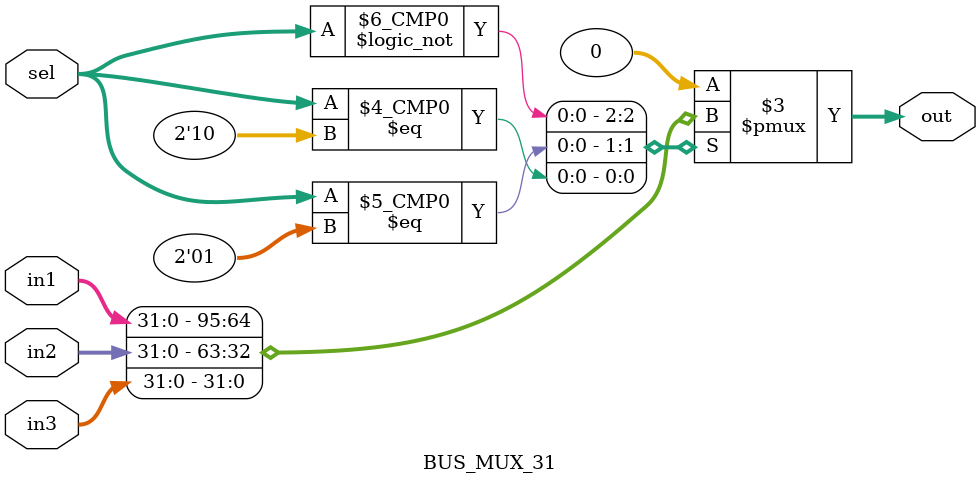
<source format=v>

`timescale 1ns/1ps

module BUS_MUX_31(out, in1, in2, in3, sel);
	input[31:0] in1, in2, in3;
	output reg[31:0] out;
	input[1:0] sel;

	always @(*) begin
		case (sel)
			2'b00: out = in1;
			2'b01: out = in2;
			2'b10: out = in3;
			default: out = 32'b0;
		endcase
	end
endmodule

</source>
